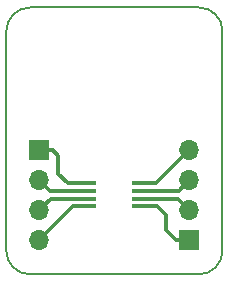
<source format=gbr>
G04 #@! TF.GenerationSoftware,KiCad,Pcbnew,5.0.1-33cea8e~68~ubuntu18.10.1*
G04 #@! TF.CreationDate,2018-12-01T22:16:55+02:00*
G04 #@! TF.ProjectId,BRK-MSOP-8-3x3-P0.65,42524B2D4D534F502D382D3378332D50,v1.0*
G04 #@! TF.SameCoordinates,Original*
G04 #@! TF.FileFunction,Copper,L1,Top,Signal*
G04 #@! TF.FilePolarity,Positive*
%FSLAX46Y46*%
G04 Gerber Fmt 4.6, Leading zero omitted, Abs format (unit mm)*
G04 Created by KiCad (PCBNEW 5.0.1-33cea8e~68~ubuntu18.10.1) date la  1. joulukuuta 2018 22.16.55*
%MOMM*%
%LPD*%
G01*
G04 APERTURE LIST*
G04 #@! TA.AperFunction,NonConductor*
%ADD10C,0.150000*%
G04 #@! TD*
G04 #@! TA.AperFunction,SMDPad,CuDef*
%ADD11R,1.450000X0.450000*%
G04 #@! TD*
G04 #@! TA.AperFunction,ComponentPad*
%ADD12O,1.700000X1.700000*%
G04 #@! TD*
G04 #@! TA.AperFunction,ComponentPad*
%ADD13R,1.700000X1.700000*%
G04 #@! TD*
G04 #@! TA.AperFunction,Conductor*
%ADD14C,0.300000*%
G04 #@! TD*
G04 APERTURE END LIST*
D10*
X52000000Y-70600000D02*
G75*
G02X50000000Y-68600000I0J2000000D01*
G01*
X68300000Y-68600000D02*
G75*
G02X66300000Y-70600000I-2000000J0D01*
G01*
X66300000Y-48000000D02*
G75*
G02X68300000Y-50000000I0J-2000000D01*
G01*
X50000000Y-50000000D02*
G75*
G02X52000000Y-48000000I2000000J0D01*
G01*
X66300000Y-70600000D02*
X52000000Y-70600000D01*
X68300000Y-50000000D02*
X68300000Y-68600000D01*
X52000000Y-48000000D02*
X66300000Y-48000000D01*
X50000000Y-68600000D02*
X50000000Y-50000000D01*
D11*
G04 #@! TO.P,U1,1*
G04 #@! TO.N,Net-(J1-Pad1)*
X56950000Y-62895000D03*
G04 #@! TO.P,U1,2*
G04 #@! TO.N,Net-(J1-Pad2)*
X56950000Y-63545000D03*
G04 #@! TO.P,U1,3*
G04 #@! TO.N,Net-(J1-Pad3)*
X56950000Y-64195000D03*
G04 #@! TO.P,U1,4*
G04 #@! TO.N,Net-(J1-Pad4)*
X56950000Y-64845000D03*
G04 #@! TO.P,U1,5*
G04 #@! TO.N,Net-(J2-Pad1)*
X61350000Y-64845000D03*
G04 #@! TO.P,U1,6*
G04 #@! TO.N,Net-(J2-Pad2)*
X61350000Y-64195000D03*
G04 #@! TO.P,U1,7*
G04 #@! TO.N,Net-(J2-Pad3)*
X61350000Y-63545000D03*
G04 #@! TO.P,U1,8*
G04 #@! TO.N,Net-(J2-Pad4)*
X61350000Y-62895000D03*
G04 #@! TD*
D12*
G04 #@! TO.P,J2,4*
G04 #@! TO.N,Net-(J2-Pad4)*
X65500000Y-60100000D03*
G04 #@! TO.P,J2,3*
G04 #@! TO.N,Net-(J2-Pad3)*
X65500000Y-62640000D03*
G04 #@! TO.P,J2,2*
G04 #@! TO.N,Net-(J2-Pad2)*
X65500000Y-65180000D03*
D13*
G04 #@! TO.P,J2,1*
G04 #@! TO.N,Net-(J2-Pad1)*
X65500000Y-67720000D03*
G04 #@! TD*
G04 #@! TO.P,J1,1*
G04 #@! TO.N,Net-(J1-Pad1)*
X52800000Y-60100000D03*
D12*
G04 #@! TO.P,J1,2*
G04 #@! TO.N,Net-(J1-Pad2)*
X52800000Y-62640000D03*
G04 #@! TO.P,J1,3*
G04 #@! TO.N,Net-(J1-Pad3)*
X52800000Y-65180000D03*
G04 #@! TO.P,J1,4*
G04 #@! TO.N,Net-(J1-Pad4)*
X52800000Y-67720000D03*
G04 #@! TD*
D14*
G04 #@! TO.N,Net-(J1-Pad1)*
X53950000Y-60100000D02*
X54400000Y-60550000D01*
X52800000Y-60100000D02*
X53950000Y-60100000D01*
X54400000Y-60550000D02*
X54400000Y-62100000D01*
X55195000Y-62895000D02*
X56950000Y-62895000D01*
X54400000Y-62100000D02*
X55195000Y-62895000D01*
G04 #@! TO.N,Net-(J1-Pad2)*
X52840000Y-62600000D02*
X52800000Y-62640000D01*
X53705000Y-63545000D02*
X56950000Y-63545000D01*
X52800000Y-62640000D02*
X53705000Y-63545000D01*
G04 #@! TO.N,Net-(J1-Pad3)*
X53785000Y-64195000D02*
X56950000Y-64195000D01*
X52800000Y-65180000D02*
X53785000Y-64195000D01*
G04 #@! TO.N,Net-(J2-Pad1)*
X62745000Y-64845000D02*
X61350000Y-64845000D01*
X63500000Y-65600000D02*
X62745000Y-64845000D01*
X63500000Y-66870000D02*
X63500000Y-65600000D01*
X65500000Y-67720000D02*
X64350000Y-67720000D01*
X64350000Y-67720000D02*
X63500000Y-66870000D01*
G04 #@! TO.N,Net-(J2-Pad2)*
X65500000Y-65180000D02*
X64515000Y-64195000D01*
X64515000Y-64195000D02*
X61561410Y-64195000D01*
G04 #@! TO.N,Net-(J2-Pad3)*
X65460000Y-62600000D02*
X65500000Y-62640000D01*
X64595000Y-63545000D02*
X61350000Y-63545000D01*
X65500000Y-62640000D02*
X64595000Y-63545000D01*
G04 #@! TO.N,Net-(J1-Pad4)*
X55675000Y-64845000D02*
X56950000Y-64845000D01*
X52800000Y-67720000D02*
X55675000Y-64845000D01*
G04 #@! TO.N,Net-(J2-Pad4)*
X62705000Y-62895000D02*
X61350000Y-62895000D01*
X65500000Y-60100000D02*
X62705000Y-62895000D01*
G04 #@! TD*
M02*

</source>
